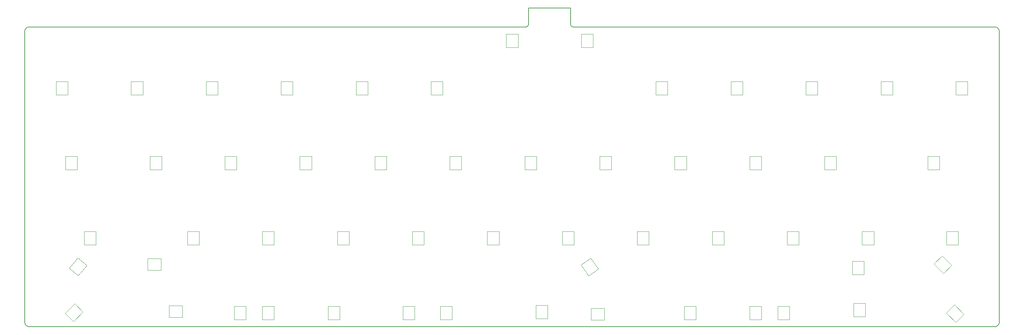
<source format=gbr>
G04 #@! TF.GenerationSoftware,KiCad,Pcbnew,(5.99.0-2043-g129c16cf7)*
G04 #@! TF.CreationDate,2020-07-05T22:33:03+02:00*
G04 #@! TF.ProjectId,CC45,43433435-2e6b-4696-9361-645f70636258,rev?*
G04 #@! TF.SameCoordinates,Original*
G04 #@! TF.FileFunction,Profile,NP*
%FSLAX46Y46*%
G04 Gerber Fmt 4.6, Leading zero omitted, Abs format (unit mm)*
G04 Created by KiCad (PCBNEW (5.99.0-2043-g129c16cf7)) date 2020-07-05 22:33:03*
%MOMM*%
%LPD*%
G01*
G04 APERTURE LIST*
G04 #@! TA.AperFunction,Profile*
%ADD10C,0.150000*%
G04 #@! TD*
G04 #@! TA.AperFunction,Profile*
%ADD11C,0.120000*%
G04 #@! TD*
G04 APERTURE END LIST*
D10*
X162093750Y-19000000D02*
X162093750Y-23156250D01*
X151406250Y-19000000D02*
X162093750Y-19000000D01*
X151406250Y-23156250D02*
X151406250Y-19000000D01*
X151406250Y-23156250D02*
G75*
G02*
X150812500Y-23750000I-593750J0D01*
G01*
X162687500Y-23750000D02*
G75*
G02*
X162093750Y-23156250I0J593750D01*
G01*
X150812500Y-23750000D02*
X24937500Y-23750000D01*
X23750000Y-24937500D02*
X23750000Y-98562500D01*
X269562500Y-23750000D02*
X162687500Y-23750000D01*
X269562500Y-99750000D02*
X24937500Y-99750000D01*
X270750000Y-24937500D02*
X270750000Y-98562500D01*
X269562500Y-23750000D02*
G75*
G02*
X270750000Y-24937500I0J-1187500D01*
G01*
X270750000Y-98562500D02*
G75*
G02*
X269562500Y-99750000I-1187500J0D01*
G01*
X24937500Y-99750000D02*
G75*
G02*
X23750000Y-98562500I0J1187500D01*
G01*
X23750000Y-24937500D02*
G75*
G02*
X24937500Y-23750000I1187500J0D01*
G01*
D11*
X169120674Y-85123071D02*
X166683696Y-86829461D01*
X166683696Y-86829461D02*
X164736405Y-84048440D01*
X164736405Y-84048440D02*
X167173381Y-82342050D01*
X169120674Y-85123071D02*
X167173381Y-82342050D01*
X167277800Y-98068200D02*
X167277800Y-95093200D01*
X167277800Y-95093200D02*
X170672800Y-95093200D01*
X170672800Y-95093200D02*
X170672800Y-98068200D01*
X167277800Y-98068200D02*
X170672800Y-98068200D01*
X258659687Y-84143284D02*
X256556044Y-86246926D01*
X256556044Y-86246926D02*
X254155417Y-83846299D01*
X254155417Y-83846299D02*
X256259059Y-81742656D01*
X258659687Y-84143284D02*
X256259059Y-81742656D01*
X236459500Y-86564900D02*
X233484500Y-86564900D01*
X233484500Y-86564900D02*
X233484500Y-83169900D01*
X233484500Y-83169900D02*
X236459500Y-83169900D01*
X236459500Y-86564900D02*
X236459500Y-83169900D01*
X153268900Y-94290700D02*
X156243900Y-94290700D01*
X156243900Y-94290700D02*
X156243900Y-97685700D01*
X156243900Y-97685700D02*
X153268900Y-97685700D01*
X153268900Y-94290700D02*
X153268900Y-97685700D01*
X233817300Y-93833500D02*
X236792300Y-93833500D01*
X236792300Y-93833500D02*
X236792300Y-97228500D01*
X236792300Y-97228500D02*
X233817300Y-97228500D01*
X233817300Y-93833500D02*
X233817300Y-97228500D01*
X261797227Y-96566304D02*
X259693584Y-98669946D01*
X259693584Y-98669946D02*
X257292957Y-96269319D01*
X257292957Y-96269319D02*
X259396599Y-94165676D01*
X261797227Y-96566304D02*
X259396599Y-94165676D01*
X58347200Y-82431800D02*
X58347200Y-85406800D01*
X58347200Y-85406800D02*
X54952200Y-85406800D01*
X54952200Y-85406800D02*
X54952200Y-82431800D01*
X58347200Y-82431800D02*
X54952200Y-82431800D01*
X37312606Y-86812979D02*
X35033624Y-84900686D01*
X35033624Y-84900686D02*
X37215889Y-82299965D01*
X37215889Y-82299965D02*
X39494870Y-84212258D01*
X37312606Y-86812979D02*
X39494870Y-84212258D01*
X63722200Y-94395200D02*
X63722200Y-97370200D01*
X63722200Y-97370200D02*
X60327200Y-97370200D01*
X60327200Y-97370200D02*
X60327200Y-94395200D01*
X63722200Y-94395200D02*
X60327200Y-94395200D01*
X36428897Y-93918660D02*
X38532539Y-96022303D01*
X38532539Y-96022303D02*
X36131912Y-98422930D01*
X36131912Y-98422930D02*
X34028269Y-96319288D01*
X36428897Y-93918660D02*
X34028269Y-96319288D01*
X252601000Y-56572000D02*
X255576000Y-56572000D01*
X255576000Y-56572000D02*
X255576000Y-59967000D01*
X255576000Y-59967000D02*
X252601000Y-59967000D01*
X252601000Y-56572000D02*
X252601000Y-59967000D01*
X38851000Y-75572000D02*
X41826000Y-75572000D01*
X41826000Y-75572000D02*
X41826000Y-78967000D01*
X41826000Y-78967000D02*
X38851000Y-78967000D01*
X38851000Y-75572000D02*
X38851000Y-78967000D01*
X31726000Y-37572000D02*
X34701000Y-37572000D01*
X34701000Y-37572000D02*
X34701000Y-40967000D01*
X34701000Y-40967000D02*
X31726000Y-40967000D01*
X31726000Y-37572000D02*
X31726000Y-40967000D01*
X50726000Y-37572000D02*
X53701000Y-37572000D01*
X53701000Y-37572000D02*
X53701000Y-40967000D01*
X53701000Y-40967000D02*
X50726000Y-40967000D01*
X50726000Y-37572000D02*
X50726000Y-40967000D01*
X69726000Y-37572000D02*
X72701000Y-37572000D01*
X72701000Y-37572000D02*
X72701000Y-40967000D01*
X72701000Y-40967000D02*
X69726000Y-40967000D01*
X69726000Y-37572000D02*
X69726000Y-40967000D01*
X88726000Y-37572000D02*
X91701000Y-37572000D01*
X91701000Y-37572000D02*
X91701000Y-40967000D01*
X91701000Y-40967000D02*
X88726000Y-40967000D01*
X88726000Y-37572000D02*
X88726000Y-40967000D01*
X107726000Y-37572000D02*
X110701000Y-37572000D01*
X110701000Y-37572000D02*
X110701000Y-40967000D01*
X110701000Y-40967000D02*
X107726000Y-40967000D01*
X107726000Y-37572000D02*
X107726000Y-40967000D01*
X126726000Y-37572000D02*
X129701000Y-37572000D01*
X129701000Y-37572000D02*
X129701000Y-40967000D01*
X129701000Y-40967000D02*
X126726000Y-40967000D01*
X126726000Y-37572000D02*
X126726000Y-40967000D01*
X148774000Y-28928000D02*
X145799000Y-28928000D01*
X145799000Y-28928000D02*
X145799000Y-25533000D01*
X145799000Y-25533000D02*
X148774000Y-25533000D01*
X148774000Y-28928000D02*
X148774000Y-25533000D01*
X167774000Y-28928000D02*
X164799000Y-28928000D01*
X164799000Y-28928000D02*
X164799000Y-25533000D01*
X164799000Y-25533000D02*
X167774000Y-25533000D01*
X167774000Y-28928000D02*
X167774000Y-25533000D01*
X183726000Y-37572000D02*
X186701000Y-37572000D01*
X186701000Y-37572000D02*
X186701000Y-40967000D01*
X186701000Y-40967000D02*
X183726000Y-40967000D01*
X183726000Y-37572000D02*
X183726000Y-40967000D01*
X202726000Y-37572000D02*
X205701000Y-37572000D01*
X205701000Y-37572000D02*
X205701000Y-40967000D01*
X205701000Y-40967000D02*
X202726000Y-40967000D01*
X202726000Y-37572000D02*
X202726000Y-40967000D01*
X221726000Y-37572000D02*
X224701000Y-37572000D01*
X224701000Y-37572000D02*
X224701000Y-40967000D01*
X224701000Y-40967000D02*
X221726000Y-40967000D01*
X221726000Y-37572000D02*
X221726000Y-40967000D01*
X240726000Y-37572000D02*
X243701000Y-37572000D01*
X243701000Y-37572000D02*
X243701000Y-40967000D01*
X243701000Y-40967000D02*
X240726000Y-40967000D01*
X240726000Y-37572000D02*
X240726000Y-40967000D01*
X259726000Y-37572000D02*
X262701000Y-37572000D01*
X262701000Y-37572000D02*
X262701000Y-40967000D01*
X262701000Y-40967000D02*
X259726000Y-40967000D01*
X259726000Y-37572000D02*
X259726000Y-40967000D01*
X55476000Y-56572000D02*
X58451000Y-56572000D01*
X58451000Y-56572000D02*
X58451000Y-59967000D01*
X58451000Y-59967000D02*
X55476000Y-59967000D01*
X55476000Y-56572000D02*
X55476000Y-59967000D01*
X74476000Y-56572000D02*
X77451000Y-56572000D01*
X77451000Y-56572000D02*
X77451000Y-59967000D01*
X77451000Y-59967000D02*
X74476000Y-59967000D01*
X74476000Y-56572000D02*
X74476000Y-59967000D01*
X93476000Y-56572000D02*
X96451000Y-56572000D01*
X96451000Y-56572000D02*
X96451000Y-59967000D01*
X96451000Y-59967000D02*
X93476000Y-59967000D01*
X93476000Y-56572000D02*
X93476000Y-59967000D01*
X112476000Y-56572000D02*
X115451000Y-56572000D01*
X115451000Y-56572000D02*
X115451000Y-59967000D01*
X115451000Y-59967000D02*
X112476000Y-59967000D01*
X112476000Y-56572000D02*
X112476000Y-59967000D01*
X131476000Y-56572000D02*
X134451000Y-56572000D01*
X134451000Y-56572000D02*
X134451000Y-59967000D01*
X134451000Y-59967000D02*
X131476000Y-59967000D01*
X131476000Y-56572000D02*
X131476000Y-59967000D01*
X150476000Y-56572000D02*
X153451000Y-56572000D01*
X153451000Y-56572000D02*
X153451000Y-59967000D01*
X153451000Y-59967000D02*
X150476000Y-59967000D01*
X150476000Y-56572000D02*
X150476000Y-59967000D01*
X169476000Y-56572000D02*
X172451000Y-56572000D01*
X172451000Y-56572000D02*
X172451000Y-59967000D01*
X172451000Y-59967000D02*
X169476000Y-59967000D01*
X169476000Y-56572000D02*
X169476000Y-59967000D01*
X188476000Y-56572000D02*
X191451000Y-56572000D01*
X191451000Y-56572000D02*
X191451000Y-59967000D01*
X191451000Y-59967000D02*
X188476000Y-59967000D01*
X188476000Y-56572000D02*
X188476000Y-59967000D01*
X207476000Y-56572000D02*
X210451000Y-56572000D01*
X210451000Y-56572000D02*
X210451000Y-59967000D01*
X210451000Y-59967000D02*
X207476000Y-59967000D01*
X207476000Y-56572000D02*
X207476000Y-59967000D01*
X226476000Y-56572000D02*
X229451000Y-56572000D01*
X229451000Y-56572000D02*
X229451000Y-59967000D01*
X229451000Y-59967000D02*
X226476000Y-59967000D01*
X226476000Y-56572000D02*
X226476000Y-59967000D01*
X64976000Y-75572000D02*
X67951000Y-75572000D01*
X67951000Y-75572000D02*
X67951000Y-78967000D01*
X67951000Y-78967000D02*
X64976000Y-78967000D01*
X64976000Y-75572000D02*
X64976000Y-78967000D01*
X83976000Y-75572000D02*
X86951000Y-75572000D01*
X86951000Y-75572000D02*
X86951000Y-78967000D01*
X86951000Y-78967000D02*
X83976000Y-78967000D01*
X83976000Y-75572000D02*
X83976000Y-78967000D01*
X102976000Y-75572000D02*
X105951000Y-75572000D01*
X105951000Y-75572000D02*
X105951000Y-78967000D01*
X105951000Y-78967000D02*
X102976000Y-78967000D01*
X102976000Y-75572000D02*
X102976000Y-78967000D01*
X121976000Y-75572000D02*
X124951000Y-75572000D01*
X124951000Y-75572000D02*
X124951000Y-78967000D01*
X124951000Y-78967000D02*
X121976000Y-78967000D01*
X121976000Y-75572000D02*
X121976000Y-78967000D01*
X140976000Y-75572000D02*
X143951000Y-75572000D01*
X143951000Y-75572000D02*
X143951000Y-78967000D01*
X143951000Y-78967000D02*
X140976000Y-78967000D01*
X140976000Y-75572000D02*
X140976000Y-78967000D01*
X159976000Y-75572000D02*
X162951000Y-75572000D01*
X162951000Y-75572000D02*
X162951000Y-78967000D01*
X162951000Y-78967000D02*
X159976000Y-78967000D01*
X159976000Y-75572000D02*
X159976000Y-78967000D01*
X178976000Y-75572000D02*
X181951000Y-75572000D01*
X181951000Y-75572000D02*
X181951000Y-78967000D01*
X181951000Y-78967000D02*
X178976000Y-78967000D01*
X178976000Y-75572000D02*
X178976000Y-78967000D01*
X197976000Y-75572000D02*
X200951000Y-75572000D01*
X200951000Y-75572000D02*
X200951000Y-78967000D01*
X200951000Y-78967000D02*
X197976000Y-78967000D01*
X197976000Y-75572000D02*
X197976000Y-78967000D01*
X216976000Y-75572000D02*
X219951000Y-75572000D01*
X219951000Y-75572000D02*
X219951000Y-78967000D01*
X219951000Y-78967000D02*
X216976000Y-78967000D01*
X216976000Y-75572000D02*
X216976000Y-78967000D01*
X34101000Y-56572000D02*
X37076000Y-56572000D01*
X37076000Y-56572000D02*
X37076000Y-59967000D01*
X37076000Y-59967000D02*
X34101000Y-59967000D01*
X34101000Y-56572000D02*
X34101000Y-59967000D01*
X257351000Y-75572000D02*
X260326000Y-75572000D01*
X260326000Y-75572000D02*
X260326000Y-78967000D01*
X260326000Y-78967000D02*
X257351000Y-78967000D01*
X257351000Y-75572000D02*
X257351000Y-78967000D01*
X76851000Y-94572000D02*
X79826000Y-94572000D01*
X79826000Y-94572000D02*
X79826000Y-97967000D01*
X79826000Y-97967000D02*
X76851000Y-97967000D01*
X76851000Y-94572000D02*
X76851000Y-97967000D01*
X83976000Y-94572000D02*
X86951000Y-94572000D01*
X86951000Y-94572000D02*
X86951000Y-97967000D01*
X86951000Y-97967000D02*
X83976000Y-97967000D01*
X83976000Y-94572000D02*
X83976000Y-97967000D01*
X100601000Y-94572000D02*
X103576000Y-94572000D01*
X103576000Y-94572000D02*
X103576000Y-97967000D01*
X103576000Y-97967000D02*
X100601000Y-97967000D01*
X100601000Y-94572000D02*
X100601000Y-97967000D01*
X119601000Y-94572000D02*
X122576000Y-94572000D01*
X122576000Y-94572000D02*
X122576000Y-97967000D01*
X122576000Y-97967000D02*
X119601000Y-97967000D01*
X119601000Y-94572000D02*
X119601000Y-97967000D01*
X129101000Y-94572000D02*
X132076000Y-94572000D01*
X132076000Y-94572000D02*
X132076000Y-97967000D01*
X132076000Y-97967000D02*
X129101000Y-97967000D01*
X129101000Y-94572000D02*
X129101000Y-97967000D01*
X190851000Y-94572000D02*
X193826000Y-94572000D01*
X193826000Y-94572000D02*
X193826000Y-97967000D01*
X193826000Y-97967000D02*
X190851000Y-97967000D01*
X190851000Y-94572000D02*
X190851000Y-97967000D01*
X235976000Y-75572000D02*
X238951000Y-75572000D01*
X238951000Y-75572000D02*
X238951000Y-78967000D01*
X238951000Y-78967000D02*
X235976000Y-78967000D01*
X235976000Y-75572000D02*
X235976000Y-78967000D01*
X214601000Y-94572000D02*
X217576000Y-94572000D01*
X217576000Y-94572000D02*
X217576000Y-97967000D01*
X217576000Y-97967000D02*
X214601000Y-97967000D01*
X214601000Y-94572000D02*
X214601000Y-97967000D01*
X207476000Y-94572000D02*
X210451000Y-94572000D01*
X210451000Y-94572000D02*
X210451000Y-97967000D01*
X210451000Y-97967000D02*
X207476000Y-97967000D01*
X207476000Y-94572000D02*
X207476000Y-97967000D01*
M02*

</source>
